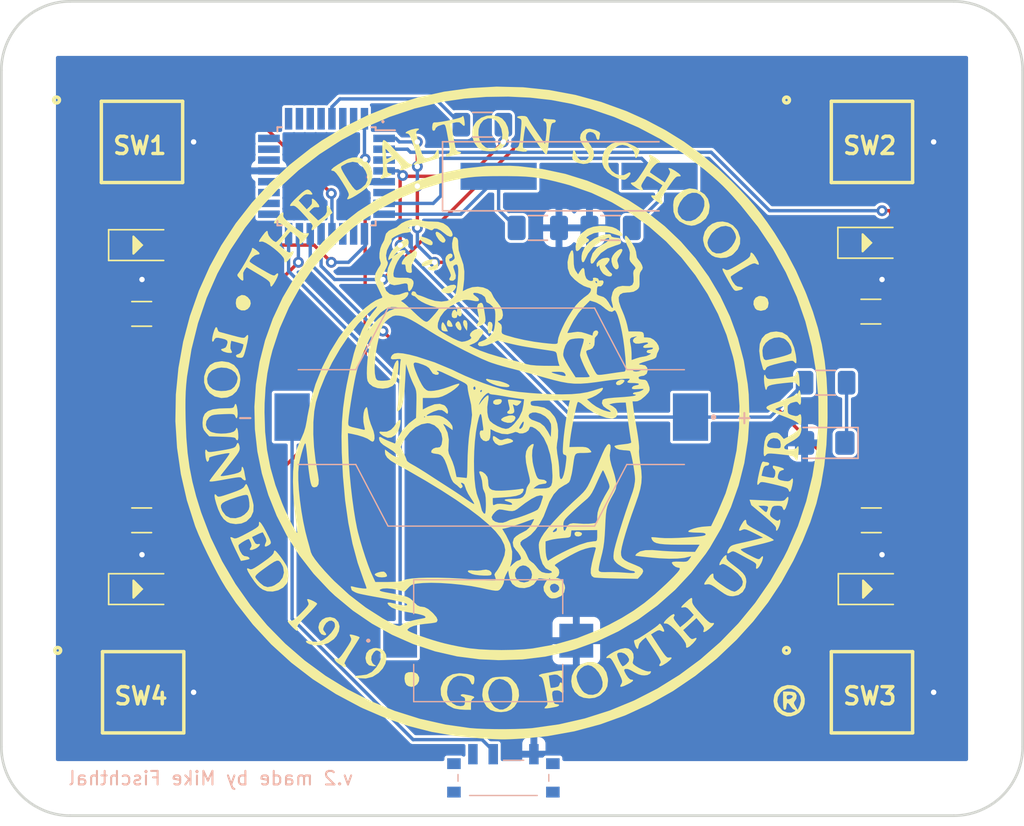
<source format=kicad_pcb>
(kicad_pcb (version 20211014) (generator pcbnew)
  (layers (0 "F.Cu" signal) (31 "B.Cu" signal) (34 "B.Paste" user) (35 "F.Paste" user) (36 "B.SilkS" user "B.Silkscreen") (37 "F.SilkS" user "F.Silkscreen") (38 "B.Mask" user) (39 "F.Mask" user) (44 "Edge.Cuts" user))
  (net 0 "")
  (net 1 "xtalO")
  (net 2 "GND")
  (net 3 "xtalI")
  (net 4 "Net-(D1-Pad1)")
  (net 5 "Net-(D1-Pad2)")
  (net 6 "Net-(D2-Pad1)")
  (net 7 "Net-(D2-Pad2)")
  (net 8 "Net-(D3-Pad1)")
  (net 9 "Net-(D3-Pad2)")
  (net 10 "Net-(D4-Pad1)")
  (net 11 "Net-(D4-Pad2)")
  (net 12 "Net-(LS1-Pad1)")
  (net 13 "VCC")
  (net 14 "Net-(R1-Pad2)")
  (net 15 "Net-(SW1-Pad1)")
  (net 16 "Net-(SW2-Pad1)")
  (net 17 "Net-(SW3-Pad1)")
  (net 18 "Net-(SW4-Pad1)")
  (net 20 "Net-(BT1-Pad2)")
  (net 37 "Net-(D5-Pad1)")
  (footprint "Resistor_SMD:R_1206_3216Metric_Pad1.30x1.75mm_HandSolder" (layer "F.Cu") (at 119.3575 90.17)
    (fp_text reference "R5")
    (fp_text value "470Ω")
    (pad "1" smd roundrect locked (at -1.55 0) (size 1.3 1.75) (layers "F.Cu" "F.Paste" "F.Mask") (roundrect_rratio 0.1923076923) (net 10 "Net-(D4-Pad1)"))
    (pad "2" smd roundrect locked (at 1.55 0) (size 1.3 1.75) (layers "F.Cu" "F.Paste" "F.Mask") (roundrect_rratio 0.1923076923) (net 2 "GND"))
  )
  (footprint "Resistor_SMD:R_1206_3216Metric_Pad1.30x1.75mm_HandSolder" (layer "F.Cu") (at 173.169 90.001)
    (fp_text reference "R4")
    (fp_text value "330Ω")
    (pad "1" smd roundrect locked (at -1.55 0) (size 1.3 1.75) (layers "F.Cu" "F.Paste" "F.Mask") (roundrect_rratio 0.1923076923) (net 8 "Net-(D3-Pad1)"))
    (pad "2" smd roundrect locked (at 1.55 0) (size 1.3 1.75) (layers "F.Cu" "F.Paste" "F.Mask") (roundrect_rratio 0.1923076923) (net 2 "GND"))
  )
  (footprint "LED_SMD:LED_1206_3216Metric_Pad1.42x1.75mm_HandSolder" (layer "F.Cu") (at 173.1915 84.921)
    (fp_text reference "D3")
    (fp_text value "YELLOW")
    (pad "1" smd roundrect locked (at -1.4875 0) (size 1.425 1.75) (layers "F.Cu" "F.Paste" "F.Mask") (roundrect_rratio 0.1754392982) (net 8 "Net-(D3-Pad1)"))
    (pad "2" smd roundrect locked (at 1.4875 0) (size 1.425 1.75) (layers "F.Cu" "F.Paste" "F.Mask") (roundrect_rratio 0.1754392982) (net 9 "Net-(D3-Pad2)"))
  )
  (footprint "clipboard:a4ac0519-b7a7-4509-bdb5-35a62928ff28" (layer "F.Cu") (at 143.1575 87.63)
    (fp_text reference "" (at 0 0) (layer "F.SilkS") (effects (font (size 1.27 1.27))))
    (fp_text value "" (at 0 0) (layer "F.SilkS") (effects (font (size 1.27 1.27))))
  )
  (footprint "LED_SMD:LED_1206_3216Metric_Pad1.42x1.75mm_HandSolder" (layer "F.Cu") (at 119.38 85.09)
    (fp_text reference "D4")
    (fp_text value "RED")
    (pad "1" smd roundrect locked (at -1.4875 0) (size 1.425 1.75) (layers "F.Cu" "F.Paste" "F.Mask") (roundrect_rratio 0.1754392982) (net 10 "Net-(D4-Pad1)"))
    (pad "2" smd roundrect locked (at 1.4875 0) (size 1.425 1.75) (layers "F.Cu" "F.Paste" "F.Mask") (roundrect_rratio 0.1754392982) (net 11 "Net-(D4-Pad2)"))
  )
  (footprint "SamacSys_Parts:FSM4JSMATR" (layer "F.Cu") (at 119.38 77.47 90)
    (fp_text reference "SW1" (at -0.278 -0.163 180) (layer "F.SilkS") (effects (font (size 1.27 1.27) (thickness 0.254))))
    (fp_text value "red" hide)
    (pad "1" smd rect locked (at 2.25 -4.55 90) (size 1.4 2.1) (layers "F.Cu" "F.Paste" "F.Mask") (net 15 "Net-(SW1-Pad1)"))
    (pad "2" smd rect locked (at 2.25 4.55 90) (size 1.4 2.1) (layers "F.Cu" "F.Paste" "F.Mask"))
    (pad "3" smd rect locked (at -2.25 -4.55 90) (size 1.4 2.1) (layers "F.Cu" "F.Paste" "F.Mask"))
    (pad "4" smd rect locked (at -2.25 4.55 90) (size 1.4 2.1) (layers "F.Cu" "F.Paste" "F.Mask") (net 2 "GND"))
  )
  (footprint "Resistor_SMD:R_1206_3216Metric_Pad1.30x1.75mm_HandSolder" (layer "F.Cu") (at 173.202 105.41)
    (fp_text reference "R3")
    (fp_text value "330Ω")
    (pad "1" smd roundrect locked (at -1.55 0) (size 1.3 1.75) (layers "F.Cu" "F.Paste" "F.Mask") (roundrect_rratio 0.1923076923) (net 6 "Net-(D2-Pad1)"))
    (pad "2" smd roundrect locked (at 1.55 0) (size 1.3 1.75) (layers "F.Cu" "F.Paste" "F.Mask") (roundrect_rratio 0.1923076923) (net 2 "GND"))
  )
  (footprint "SamacSys_Parts:FSM4JSMATR" (layer "F.Cu") (at 173.2475 77.47 90)
    (fp_text reference "SW2" (at -0.278 -0.163 180) (layer "F.SilkS") (effects (font (size 1.27 1.27) (thickness 0.254))))
    (fp_text value "green" hide)
    (pad "1" smd rect locked (at 2.25 -4.55 90) (size 1.4 2.1) (layers "F.Cu" "F.Paste" "F.Mask") (net 16 "Net-(SW2-Pad1)"))
    (pad "2" smd rect locked (at 2.25 4.55 90) (size 1.4 2.1) (layers "F.Cu" "F.Paste" "F.Mask"))
    (pad "3" smd rect locked (at -2.25 -4.55 90) (size 1.4 2.1) (layers "F.Cu" "F.Paste" "F.Mask"))
    (pad "4" smd rect locked (at -2.25 4.55 90) (size 1.4 2.1) (layers "F.Cu" "F.Paste" "F.Mask") (net 2 "GND"))
  )
  (footprint "Resistor_SMD:R_1206_3216Metric_Pad1.30x1.75mm_HandSolder" (layer "F.Cu") (at 119.3575 105.41 180)
    (fp_text reference "R2")
    (fp_text value "330Ω")
    (pad "1" smd roundrect locked (at -1.55 0 180) (size 1.3 1.75) (layers "F.Cu" "F.Paste" "F.Mask") (roundrect_rratio 0.1923076923) (net 2 "GND"))
    (pad "2" smd roundrect locked (at 1.55 0 180) (size 1.3 1.75) (layers "F.Cu" "F.Paste" "F.Mask") (roundrect_rratio 0.1923076923) (net 4 "Net-(D1-Pad1)"))
  )
  (footprint "LED_SMD:LED_1206_3216Metric_Pad1.42x1.75mm_HandSolder" (layer "F.Cu") (at 173.2245 110.49)
    (fp_text reference "D2")
    (fp_text value "GREEN")
    (pad "1" smd roundrect locked (at -1.4875 0) (size 1.425 1.75) (layers "F.Cu" "F.Paste" "F.Mask") (roundrect_rratio 0.1754392982) (net 6 "Net-(D2-Pad1)"))
    (pad "2" smd roundrect locked (at 1.4875 0) (size 1.425 1.75) (layers "F.Cu" "F.Paste" "F.Mask") (roundrect_rratio 0.1754392982) (net 7 "Net-(D2-Pad2)"))
  )
  (footprint "SamacSys_Parts:FSM4JSMATR" (layer "F.Cu") (at 119.46675 118.11 90)
    (fp_text reference "SW4" (at -0.278 -0.163 180) (layer "F.SilkS") (effects (font (size 1.27 1.27) (thickness 0.254))))
    (fp_text value "blue" hide)
    (pad "1" smd rect locked (at 2.25 -4.55 90) (size 1.4 2.1) (layers "F.Cu" "F.Paste" "F.Mask") (net 18 "Net-(SW4-Pad1)"))
    (pad "2" smd rect locked (at 2.25 4.55 90) (size 1.4 2.1) (layers "F.Cu" "F.Paste" "F.Mask"))
    (pad "3" smd rect locked (at -2.25 -4.55 90) (size 1.4 2.1) (layers "F.Cu" "F.Paste" "F.Mask"))
    (pad "4" smd rect locked (at -2.25 4.55 90) (size 1.4 2.1) (layers "F.Cu" "F.Paste" "F.Mask") (net 2 "GND"))
  )
  (footprint "LED_SMD:LED_1206_3216Metric_Pad1.42x1.75mm_HandSolder" (layer "F.Cu") (at 119.38 110.49)
    (fp_text reference "D1")
    (fp_text value "BLUE")
    (pad "1" smd roundrect locked (at -1.4875 0) (size 1.425 1.75) (layers "F.Cu" "F.Paste" "F.Mask") (roundrect_rratio 0.1754392982) (net 4 "Net-(D1-Pad1)"))
    (pad "2" smd roundrect locked (at 1.4875 0) (size 1.425 1.75) (layers "F.Cu" "F.Paste" "F.Mask") (roundrect_rratio 0.1754392982) (net 5 "Net-(D1-Pad2)"))
  )
  (footprint "SamacSys_Parts:FSM4JSMATR" (layer "F.Cu") (at 173.2475 118.11 90)
    (fp_text reference "SW3" (at -0.278 -0.163 180) (layer "F.SilkS") (effects (font (size 1.27 1.27) (thickness 0.254))))
    (fp_text value "yellow" hide)
    (pad "1" smd rect (at 2.25 -4.55 90) (size 1.4 2.1) (layers "F.Cu" "F.Paste" "F.Mask") (net 17 "Net-(SW3-Pad1)"))
    (pad "2" smd rect (at 2.25 4.55 90) (size 1.4 2.1) (layers "F.Cu" "F.Paste" "F.Mask"))
    (pad "3" smd rect (at -2.25 -4.55 90) (size 1.4 1.58) (layers "F.Cu" "F.Paste" "F.Mask"))
    (pad "4" smd rect (at -2.25 4.55 90) (size 1.4 2.1) (layers "F.Cu" "F.Paste" "F.Mask") (net 2 "GND"))
  )
  (footprint "SamacSys_Parts:MSS3VTR" (layer "B.Cu") (at 146.05 125.73 180)
    (fp_text reference "S1")
    (fp_text value "POWER SW" hide)
    (pad "" np_thru_hole circle locked (at -1.5 1.3 180) (size 0.9 0.9) (drill 0.9) (layers *.Cu *.Mask))
    (pad "" np_thru_hole circle locked (at 1.5 1.3 180) (size 0.9 0.9) (drill 0.9) (layers *.Cu *.Mask))
    (pad "A1" smd rect locked (at -2.25 3.05 180) (size 0.7 1.5) (layers "B.Cu" "B.Paste" "B.Mask") (net 2 "GND"))
    (pad "B1" smd rect locked (at 0.75 3.05 180) (size 0.7 1.5) (layers "B.Cu" "B.Paste" "B.Mask") (net 20 "Net-(BT1-Pad2)"))
    (pad "C1" smd rect locked (at 2.25 3.05 180) (size 0.7 1.5) (layers "B.Cu" "B.Paste" "B.Mask"))
    (pad "MP1" smd rect locked (at -3.65 2.35 90) (size 0.8 1) (layers "B.Cu" "B.Paste" "B.Mask"))
    (pad "MP2" smd rect locked (at -3.65 0.25 90) (size 0.8 1) (layers "B.Cu" "B.Paste" "B.Mask"))
    (pad "MP3" smd rect locked (at 3.65 0.25 90) (size 0.8 1) (layers "B.Cu" "B.Paste" "B.Mask"))
    (pad "MP4" smd rect locked (at 3.65 2.35 90) (size 0.8 1) (layers "B.Cu" "B.Paste" "B.Mask"))
  )
  (footprint "Resistor_SMD:R_1206_3216Metric_Pad1.30x1.75mm_HandSolder" (layer "B.Cu") (at 144.5 76.2 180)
    (fp_text reference "R1")
    (fp_text value "1kΩ")
    (pad "1" smd roundrect locked (at -1.55 0 180) (size 1.3 1.75) (layers "B.Cu" "B.Paste" "B.Mask") (roundrect_rratio 0.1923076923) (net 13 "VCC"))
    (pad "2" smd roundrect locked (at 1.55 0 180) (size 1.3 1.75) (layers "B.Cu" "B.Paste" "B.Mask") (roundrect_rratio 0.1923076923) (net 14 "Net-(R1-Pad2)"))
  )
  (footprint "Capacitor_SMD:C_1206_3216Metric_Pad1.33x1.80mm_HandSolder" (layer "B.Cu") (at 153.9625 83.82 180)
    (fp_text reference "C2")
    (fp_text value "22pF")
    (pad "1" smd roundrect locked (at -1.5625 0 180) (size 1.325 1.8) (layers "B.Cu" "B.Paste" "B.Mask") (roundrect_rratio 0.1886792453) (net 3 "xtalI"))
    (pad "2" smd roundrect locked (at 1.5625 0 180) (size 1.325 1.8) (layers "B.Cu" "B.Paste" "B.Mask") (roundrect_rratio 0.1886792453) (net 2 "GND"))
  )
  (footprint "SamacSys_Parts:CPT111783SMTTR" (layer "B.Cu") (at 138.43 114.3 -90)
    (fp_text reference "LS1")
    (fp_text value "Speaker" hide)
    (pad "1" smd rect (at 0 0 270) (size 2.5 2.5) (layers "B.Cu" "B.Paste" "B.Mask") (net 12 "Net-(LS1-Pad1)"))
    (pad "2" smd rect (at 0 -13 270) (size 2.5 2.5) (layers "B.Cu" "B.Paste" "B.Mask") (net 2 "GND"))
  )
  (footprint "LED_SMD:LED_1206_3216Metric_Pad1.42x1.75mm_HandSolder" (layer "B.Cu") (at 169.7625 99.695 180)
    (fp_text reference "D5")
    (fp_text value "RED")
    (pad "1" smd roundrect locked (at -1.4875 0 180) (size 1.425 1.75) (layers "B.Cu" "B.Paste" "B.Mask") (roundrect_rratio 0.1754392982) (net 37 "Net-(D5-Pad1)"))
    (pad "2" smd roundrect locked (at 1.4875 0 180) (size 1.425 1.75) (layers "B.Cu" "B.Paste" "B.Mask") (roundrect_rratio 0.1754392982) (net 2 "GND"))
  )
  (footprint "Capacitor_SMD:C_1206_3216Metric_Pad1.33x1.80mm_HandSolder" (layer "B.Cu") (at 148.59 83.82)
    (fp_text reference "C1")
    (fp_text value "22pF")
    (pad "1" smd roundrect locked (at -1.5625 0) (size 1.325 1.8) (layers "B.Cu" "B.Paste" "B.Mask") (roundrect_rratio 0.1886792453) (net 1 "xtalO"))
    (pad "2" smd roundrect locked (at 1.5625 0) (size 1.325 1.8) (layers "B.Cu" "B.Paste" "B.Mask") (roundrect_rratio 0.1886792453) (net 2 "GND"))
  )
  (footprint "Resistor_SMD:R_1206_3216Metric_Pad1.30x1.75mm_HandSolder" (layer "B.Cu") (at 169.825 95.25)
    (fp_text reference "R6")
    (fp_text value "470Ω")
    (pad "1" smd roundrect locked (at -1.55 0) (size 1.3 1.75) (layers "B.Cu" "B.Paste" "B.Mask") (roundrect_rratio 0.1923076923) (net 13 "VCC"))
    (pad "2" smd roundrect locked (at 1.55 0) (size 1.3 1.75) (layers "B.Cu" "B.Paste" "B.Mask") (roundrect_rratio 0.1923076923) (net 37 "Net-(D5-Pad1)"))
  )
  (footprint "SamacSys_Parts:SMTU2032LF" (layer "B.Cu") (at 145.1575 97.79 180)
    (fp_text reference "BT1")
    (fp_text value "3V" hide)
    (pad "1" smd rect locked (at -14.7 0 180) (size 2.6 3.5) (layers "B.Cu" "B.Paste" "B.Mask") (net 13 "VCC"))
    (pad "2" smd rect locked (at 14.7 0 180) (size 2.6 3.5) (layers "B.Cu" "B.Paste" "B.Mask") (net 20 "Net-(BT1-Pad2)"))
  )
  (footprint "Crystal:Crystal_SMD_HC49-SD_HandSoldering" (layer "B.Cu") (at 151.635 80.01)
    (fp_text reference "Y1")
    (fp_text value "16.00Mhz")
    (pad "1" smd rect (at -5.9375 0) (size 5.62 2) (layers "B.Cu" "B.Paste" "B.Mask") (net 1 "xtalO"))
    (pad "2" smd rect (at 5.9375 0) (size 5.62 2) (layers "B.Cu" "B.Paste" "B.Mask") (net 3 "xtalI"))
  )
  (footprint "Package_QFP:TQFP-32_7x7mm_P0.8mm" (layer "B.Cu") (at 132.9975 80.01 180)
    (fp_text reference "U1")
    (fp_text value "ATmega328PB-A")
    (pad "1" smd rect locked (at -4.25 2.8 180) (size 1.6 0.55) (layers "B.Cu" "B.Paste" "B.Mask") (net 7 "Net-(D2-Pad2)"))
    (pad "2" smd rect locked (at -4.25 2 180) (size 1.6 0.55) (layers "B.Cu" "B.Paste" "B.Mask") (net 9 "Net-(D3-Pad2)"))
    (pad "3" smd rect locked (at -4.25 1.2 180) (size 1.6 0.55) (layers "B.Cu" "B.Paste" "B.Mask"))
    (pad "4" smd rect locked (at -4.25 0.4 180) (size 1.6 0.55) (layers "B.Cu" "B.Paste" "B.Mask") (net 13 "VCC"))
    (pad "5" smd rect locked (at -4.25 -0.4 180) (size 1.6 0.55) (layers "B.Cu" "B.Paste" "B.Mask") (net 2 "GND"))
    (pad "6" smd rect locked (at -4.25 -1.2 180) (size 1.6 0.55) (layers "B.Cu" "B.Paste" "B.Mask"))
    (pad "7" smd rect locked (at -4.25 -2 180) (size 1.6 0.55) (layers "B.Cu" "B.Paste" "B.Mask") (net 3 "xtalI"))
    (pad "8" smd rect locked (at -4.25 -2.8 180) (size 1.6 0.55) (layers "B.Cu" "B.Paste" "B.Mask") (net 1 "xtalO"))
    (pad "9" smd rect locked (at -2.8 -4.25 90) (size 1.6 0.55) (layers "B.Cu" "B.Paste" "B.Mask") (net 11 "Net-(D4-Pad2)"))
    (pad "10" smd rect locked (at -2 -4.25 90) (size 1.6 0.55) (layers "B.Cu" "B.Paste" "B.Mask"))
    (pad "11" smd rect locked (at -1.2 -4.25 90) (size 1.6 0.55) (layers "B.Cu" "B.Paste" "B.Mask"))
    (pad "12" smd rect locked (at -0.4 -4.25 90) (size 1.6 0.55) (layers "B.Cu" "B.Paste" "B.Mask") (net 15 "Net-(SW1-Pad1)"))
    (pad "13" smd rect locked (at 0.4 -4.25 90) (size 1.6 0.55) (layers "B.Cu" "B.Paste" "B.Mask") (net 16 "Net-(SW2-Pad1)"))
    (pad "14" smd rect locked (at 1.2 -4.25 90) (size 1.6 0.55) (layers "B.Cu" "B.Paste" "B.Mask") (net 17 "Net-(SW3-Pad1)"))
    (pad "15" smd rect locked (at 2 -4.25 90) (size 1.6 0.55) (layers "B.Cu" "B.Paste" "B.Mask") (net 18 "Net-(SW4-Pad1)"))
    (pad "16" smd rect locked (at 2.8 -4.25 90) (size 1.6 0.55) (layers "B.Cu" "B.Paste" "B.Mask") (net 12 "Net-(LS1-Pad1)"))
    (pad "17" smd rect locked (at 4.25 -2.8 180) (size 1.6 0.55) (layers "B.Cu" "B.Paste" "B.Mask"))
    (pad "18" smd rect locked (at 4.25 -2 180) (size 1.6 0.55) (layers "B.Cu" "B.Paste" "B.Mask"))
    (pad "19" smd rect locked (at 4.25 -1.2 180) (size 1.6 0.55) (layers "B.Cu" "B.Paste" "B.Mask"))
    (pad "20" smd rect locked (at 4.25 -0.4 180) (size 1.6 0.55) (layers "B.Cu" "B.Paste" "B.Mask"))
    (pad "21" smd rect locked (at 4.25 0.4 180) (size 1.6 0.55) (layers "B.Cu" "B.Paste" "B.Mask") (net 2 "GND"))
    (pad "22" smd rect locked (at 4.25 1.2 180) (size 1.6 0.55) (layers "B.Cu" "B.Paste" "B.Mask"))
    (pad "23" smd rect locked (at 4.25 2 180) (size 1.6 0.55) (layers "B.Cu" "B.Paste" "B.Mask"))
    (pad "24" smd rect locked (at 4.25 2.8 180) (size 1.6 0.55) (layers "B.Cu" "B.Paste" "B.Mask"))
    (pad "25" smd rect locked (at 2.8 4.25 90) (size 1.6 0.55) (layers "B.Cu" "B.Paste" "B.Mask"))
    (pad "26" smd rect locked (at 2 4.25 90) (size 1.6 0.55) (layers "B.Cu" "B.Paste" "B.Mask"))
    (pad "27" smd rect locked (at 1.2 4.25 90) (size 1.6 0.55) (layers "B.Cu" "B.Paste" "B.Mask"))
    (pad "28" smd rect locked (at 0.4 4.25 90) (size 1.6 0.55) (layers "B.Cu" "B.Paste" "B.Mask"))
    (pad "29" smd rect locked (at -0.4 4.25 90) (size 1.6 0.55) (layers "B.Cu" "B.Paste" "B.Mask") (net 14 "Net-(R1-Pad2)"))
    (pad "30" smd rect locked (at -1.2 4.25 90) (size 1.6 0.55) (layers "B.Cu" "B.Paste" "B.Mask"))
    (pad "31" smd rect locked (at -2 4.25 90) (size 1.6 0.55) (layers "B.Cu" "B.Paste" "B.Mask"))
    (pad "32" smd rect locked (at -2.8 4.25 90) (size 1.6 0.55) (layers "B.Cu" "B.Paste" "B.Mask") (net 5 "Net-(D1-Pad2)"))
  )
  (gr_poly (pts (xy 119.38 110.49) (xy 118.745 109.855) (xy 118.745 111.125)) (layer "F.SilkS") (width 0.15) (fill solid))
  (gr_poly (pts (xy 119.38 85.09) (xy 118.745 84.455) (xy 118.745 85.725)) (layer "F.SilkS") (width 0.15) (fill solid))
  (gr_poly (pts (xy 173.2245 110.49) (xy 172.5895 109.855) (xy 172.5895 111.125)) (layer "F.SilkS") (width 0.15) (fill solid))
  (gr_poly (pts (xy 173.1915 84.921) (xy 172.5565 84.286) (xy 172.5565 85.556)) (layer "F.SilkS") (width 0.15) (fill solid))
  (gr_arc (start 179.287898 67.092102) (mid 182.88 68.58) (end 184.367898 72.172102) (layer "Edge.Cuts") (width 0.2))
  (gr_line (start 114.082102 127.217898) (end 179.287898 127.217898) (layer "Edge.Cuts") (width 0.2))
  (gr_arc (start 109.002102 72.172102) (mid 110.49 68.58) (end 114.082102 67.092102) (layer "Edge.Cuts") (width 0.2))
  (gr_line (start 109.002102 72.172102) (end 109.002102 122.137898) (layer "Edge.Cuts") (width 0.2))
  (gr_arc (start 184.367898 122.137898) (mid 182.88 125.73) (end 179.287898 127.217898) (layer "Edge.Cuts") (width 0.2))
  (gr_line (start 184.367898 72.172102) (end 184.367898 122.137898) (layer "Edge.Cuts") (width 0.2))
  (gr_arc (start 114.082102 127.217898) (mid 110.49 125.73) (end 109.002102 122.137898) (layer "Edge.Cuts") (width 0.2))
  (gr_line (start 114.082102 67.092102) (end 179.287898 67.092102) (layer "Edge.Cuts") (width 0.2))
  (gr_text "v.2 made by Mike Fischthal" (at 124.46 124.46) (layer "B.SilkS") (effects (font (size 1 1)) (justify mirror)))
  (gr_text "." (at 137.16 75.565) (layer "B.SilkS") (effects (font (size 1 1)) (justify mirror)))
  (gr_text "-\n" (at 127 97.79) (layer "B.SilkS") (effects (font (size 1 1)) (justify mirror)))
  (gr_text "+" (at 163.83 97.79) (layer "B.SilkS") (effects (font (size 1 1)) (justify mirror)))
  (segment (start 142.8975 82.81) (end 137.2475 82.81) (width 0.25) (layer "B.Cu") (net 1))
  (segment (start 145.6975 82.49) (end 147.0275 83.82) (width 0.25) (layer "B.Cu") (net 1))
  (segment (start 145.6975 80.01) (end 142.8975 82.81) (width 0.25) (layer "B.Cu") (net 1))
  (segment (start 145.6975 80.01) (end 145.6975 82.49) (width 0.25) (layer "B.Cu") (net 1))
  (segment (start 177.7975 79.72) (end 177.7975 77.4725) (width 0.25) (layer "F.Cu") (net 2))
  (segment (start 177.7975 120.36) (end 177.7975 118.1125) (width 0.25) (layer "F.Cu") (net 2))
  (segment (start 174.719 90.001) (end 174.719 88.359) (width 0.25) (layer "F.Cu") (net 2))
  (segment (start 124.01675 118.93675) (end 123.19 118.11) (width 0.25) (layer "F.Cu") (net 2))
  (segment (start 120.9075 90.17) (end 120.9075 89.1575) (width 0.25) (layer "F.Cu") (net 2))
  (segment (start 124.01675 120.36) (end 124.01675 118.93675) (width 0.25) (layer "F.Cu") (net 2))
  (segment (start 120.9075 106.4225) (end 119.38 107.95) (width 0.25) (layer "F.Cu") (net 2))
  (segment (start 177.7975 118.1125) (end 177.8 118.11) (width 0.25) (layer "F.Cu") (net 2))
  (segment (start 123.93 78.21) (end 123.19 77.47) (width 0.25) (layer "F.Cu") (net 2))
  (segment (start 120.9075 105.41) (end 120.9075 106.4225) (width 0.25) (layer "F.Cu") (net 2))
  (segment (start 177.7975 77.4725) (end 177.8 77.47) (width 0.25) (layer "F.Cu") (net 2))
  (segment (start 174.752 107.188) (end 173.99 107.95) (width 0.25) (layer "F.Cu") (net 2))
  (segment (start 174.752 105.41) (end 174.752 107.188) (width 0.25) (layer "F.Cu") (net 2))
  (segment (start 120.9075 89.1575) (end 119.38 87.63) (width 0.25) (layer "F.Cu") (net 2))
  (segment (start 174.719 88.359) (end 173.99 87.63) (width 0.25) (layer "F.Cu") (net 2))
  (segment (start 123.93 79.72) (end 123.93 78.21) (width 0.25) (layer "F.Cu") (net 2))
  (via (at 177.8 77.47) (size 0.8) (drill 0.4) (layers "F.Cu" "B.Cu") (net 2))
  (via (at 123.19 118.11) (size 0.8) (drill 0.4) (layers "F.Cu" "B.Cu") (net 2))
  (via (at 177.8 118.11) (size 0.8) (drill 0.4) (layers "F.Cu" "B.Cu") (net 2))
  (via (at 173.99 107.95) (size 0.8) (drill 0.4) (layers "F.Cu" "B.Cu") (net 2))
  (via (at 119.38 107.95) (size 0.8) (drill 0.4) (layers "F.Cu" "B.Cu") (net 2))
  (via (at 123.19 77.47) (size 0.8) (drill 0.4) (layers "F.Cu" "B.Cu") (net 2))
  (via (at 173.99 87.63) (size 0.8) (drill 0.4) (layers "F.Cu" "B.Cu") (net 2))
  (via (at 119.38 87.63) (size 0.8) (drill 0.4) (layers "F.Cu" "B.Cu") (net 2))
  (segment (start 157.5725 80.01) (end 157.5725 81.7725) (width 0.25) (layer "B.Cu") (net 3))
  (segment (start 157.5725 81.7725) (end 155.525 83.82) (width 0.25) (layer "B.Cu") (net 3))
  (segment (start 157.5725 80.01) (end 156.247989 78.685489) (width 0.25) (layer "B.Cu") (net 3))
  (segment (start 140.875 82.01) (end 137.2475 82.01) (width 0.25) (layer "B.Cu") (net 3))
  (segment (start 156.247989 78.685489) (end 141.435489 78.685489) (width 0.25) (layer "B.Cu") (net 3))
  (segment (start 141.435489 81.449511) (end 140.875 82.01) (width 0.25) (layer "B.Cu") (net 3))
  (segment (start 141.435489 78.685489) (end 141.435489 81.449511) (width 0.25) (layer "B.Cu") (net 3))
  (segment (start 117.8075 110.405) (end 117.8925 110.49) (width 0.25) (layer "F.Cu") (net 4))
  (segment (start 117.8075 105.41) (end 117.8075 110.405) (width 0.25) (layer "F.Cu") (net 4))
  (segment (start 135.847998 95.509502) (end 135.847998 78.74) (width 0.25) (layer "F.Cu") (net 5))
  (segment (start 120.8675 110.49) (end 135.847998 95.509502) (width 0.25) (layer "F.Cu") (net 5))
  (via (at 135.847998 78.74) (size 0.8) (drill 0.4) (layers "F.Cu" "B.Cu") (net 5))
  (segment (start 135.847998 78.74) (end 135.7975 78.689502) (width 0.25) (layer "B.Cu") (net 5))
  (segment (start 135.7975 78.689502) (end 135.7975 75.76) (width 0.25) (layer "B.Cu") (net 5))
  (segment (start 171.737 105.495) (end 171.652 105.41) (width 0.25) (layer "F.Cu") (net 6))
  (segment (start 171.737 110.49) (end 171.737 105.495) (width 0.25) (layer "F.Cu") (net 6))
  (segment (start 140.97 86.36) (end 155.4445 86.36) (width 0.25) (layer "F.Cu") (net 7))
  (segment (start 139.7 77.47) (end 139.7 79.2855) (width 0.25) (layer "F.Cu") (net 7))
  (segment (start 155.4445 86.36) (end 173.2245 104.14) (width 0.25) (layer "F.Cu") (net 7))
  (segment (start 173.2245 104.14) (end 173.2245 109.0025) (width 0.25) (layer "F.Cu") (net 7))
  (segment (start 173.2245 109.0025) (end 174.712 110.49) (width 0.25) (layer "F.Cu") (net 7))
  (segment (start 139.7 80.7345) (end 139.7 83.82) (width 0.25) (layer "F.Cu") (net 7))
  (via (at 139.7 83.82) (size 0.8) (drill 0.4) (layers "F.Cu" "B.Cu") (net 7))
  (via (at 139.7 80.7345) (size 0.8) (drill 0.4) (layers "F.Cu" "B.Cu") (net 7))
  (via (at 139.7 79.2855) (size 0.8) (drill 0.4) (layers "F.Cu" "B.Cu") (net 7))
  (via (at 140.97 86.36) (size 0.8) (drill 0.4) (layers "F.Cu" "B.Cu") (net 7))
  (via (at 139.7 77.47) (size 0.8) (drill 0.4) (layers "F.Cu" "B.Cu") (net 7))
  (segment (start 139.7 79.2855) (end 139.7 80.645) (width 0.25) (layer "B.Cu") (net 7))
  (segment (start 138.112011 77.21) (end 137.2475 77.21) (width 0.25) (layer "B.Cu") (net 7))
  (segment (start 139.7 77.47) (end 138.372011 77.47) (width 0.25) (layer "B.Cu") (net 7))
  (segment (start 138.372011 77.47) (end 138.112011 77.21) (width 0.25) (layer "B.Cu") (net 7))
  (segment (start 139.7 85.09) (end 139.7 83.82) (width 0.25) (layer "B.Cu") (net 7))
  (segment (start 139.7 80.645) (end 139.7 80.7345) (width 0.25) (layer "B.Cu") (net 7))
  (segment (start 140.97 86.36) (end 139.7 85.09) (width 0.25) (layer "B.Cu") (net 7))
  (segment (start 171.704 84.921) (end 171.704 89.916) (width 0.25) (layer "F.Cu") (net 8))
  (segment (start 171.704 89.916) (end 171.619 90.001) (width 0.25) (layer "F.Cu") (net 8))
  (segment (start 174.679 84.921) (end 174.625 84.867) (width 0.25) (layer "F.Cu") (net 9))
  (segment (start 174.625 82.55) (end 173.99 82.55) (width 0.25) (layer "F.Cu") (net 9))
  (segment (start 174.625 84.867) (end 174.625 82.55) (width 0.25) (layer "F.Cu") (net 9))
  (via (at 173.99 82.55) (size 0.8) (drill 0.4) (layers "F.Cu" "B.Cu") (net 9))
  (segment (start 139.195969 78.235969) (end 161.384991 78.235969) (width 0.25) (layer "B.Cu") (net 9))
  (segment (start 165.699022 82.55) (end 173.99 82.55) (width 0.25) (layer "B.Cu") (net 9))
  (segment (start 137.2475 78.01) (end 138.97 78.01) (width 0.25) (layer "B.Cu") (net 9))
  (segment (start 138.97 78.01) (end 139.195969 78.235969) (width 0.25) (layer "B.Cu") (net 9))
  (segment (start 161.384991 78.235969) (end 165.699022 82.55) (width 0.25) (layer "B.Cu") (net 9))
  (segment (start 117.8075 85.175) (end 117.8925 85.09) (width 0.25) (layer "F.Cu") (net 10))
  (segment (start 117.8075 90.17) (end 117.8075 85.175) (width 0.25) (layer "F.Cu") (net 10))
  (segment (start 132.08 85.09) (end 133.35 86.36) (width 0.25) (layer "F.Cu") (net 11))
  (segment (start 120.8675 85.09) (end 132.08 85.09) (width 0.25) (layer "F.Cu") (net 11))
  (via (at 133.35 86.36) (size 0.8) (drill 0.4) (layers "F.Cu" "B.Cu") (net 11))
  (segment (start 134.62 86.36) (end 135.89 85.09) (width 0.25) (layer "B.Cu") (net 11))
  (segment (start 133.35 86.36) (end 134.62 86.36) (width 0.25) (layer "B.Cu") (net 11))
  (segment (start 130.1975 87.0175) (end 130.1975 84.26) (width 0.25) (layer "B.Cu") (net 12))
  (segment (start 138.43 95.25) (end 130.1975 87.0175) (width 0.25) (layer "B.Cu") (net 12))
  (segment (start 138.43 95.25) (end 138.43 114.3) (width 0.25) (layer "B.Cu") (net 12))
  (segment (start 138.617345 79.948776) (end 138.43 80.136121) (width 0.25) (layer "F.Cu") (net 13))
  (segment (start 138.617345 79.948776) (end 138.678569 80.01) (width 0.25) (layer "F.Cu") (net 13))
  (segment (start 138.43 80.136121) (end 138.43 85.09) (width 0.25) (layer "F.Cu") (net 13))
  (segment (start 143.51 80.01) (end 146.05 77.47) (width 0.25) (layer "F.Cu") (net 13))
  (segment (start 138.678569 80.01) (end 143.51 80.01) (width 0.25) (layer "F.Cu") (net 13))
  (via (at 146.05 77.47) (size 0.8) (drill 0.4) (layers "F.Cu" "B.Cu") (net 13))
  (via (at 138.43 85.09) (size 0.8) (drill 0.4) (layers "F.Cu" "B.Cu") (net 13))
  (via (at 138.617345 79.948776) (size 0.8) (drill 0.4) (layers "F.Cu" "B.Cu") (net 13))
  (segment (start 165.735 97.79) (end 168.275 95.25) (width 0.25) (layer "B.Cu") (net 13))
  (segment (start 138.43 85.09) (end 151.13 97.79) (width 0.25) (layer "B.Cu") (net 13))
  (segment (start 146.05 76.2) (end 146.05 77.47) (width 0.25) (layer "B.Cu") (net 13))
  (segment (start 137.2475 79.61) (end 138.278569 79.61) (width 0.25) (layer "B.Cu") (net 13))
  (segment (start 151.13 97.79) (end 159.8575 97.79) (width 0.25) (layer "B.Cu") (net 13))
  (segment (start 138.278569 79.61) (end 138.617345 79.948776) (width 0.25) (layer "B.Cu") (net 13))
  (segment (start 159.8575 97.79) (end 165.735 97.79) (width 0.25) (layer "B.Cu") (net 13))
  (segment (start 133.985 74.295) (end 133.3975 74.8825) (width 0.25) (layer "B.Cu") (net 14))
  (segment (start 142.95 76.2) (end 141.045 74.295) (width 0.25) (layer "B.Cu") (net 14))
  (segment (start 133.3975 74.8825) (end 133.3975 75.76) (width 0.25) (layer "B.Cu") (net 14))
  (segment (start 141.045 74.295) (end 133.985 74.295) (width 0.25) (layer "B.Cu") (net 14))
  (segment (start 117.2675 73.66) (end 125.73 73.66) (width 0.25) (layer "F.Cu") (net 15))
  (segment (start 125.73 73.66) (end 133.35 81.28) (width 0.25) (layer "F.Cu") (net 15))
  (segment (start 115.7075 75.22) (end 117.2675 73.66) (width 0.25) (layer "F.Cu") (net 15))
  (via (at 133.35 81.28) (size 0.8) (drill 0.4) (layers "F.Cu" "B.Cu") (net 15))
  (segment (start 133.35 81.28) (end 133.3975 81.3275) (width 0.25) (layer "B.Cu") (net 15))
  (segment (start 133.3975 81.3275) (end 133.3975 84.26) (width 0.25) (layer "B.Cu") (net 15))
  (segment (start 169.0475 75.22) (end 149.57 75.22) (width 0.25) (layer "F.Cu") (net 16))
  (segment (start 149.57 75.22) (end 137.16 87.63) (width 0.25) (layer "F.Cu") (net 16))
  (via (at 137.16 87.63) (size 0.8) (drill 0.4) (layers "F.Cu" "B.Cu") (net 16))
  (segment (start 137.16 87.63) (end 133.595386 87.63) (width 0.25) (layer "B.Cu") (net 16))
  (segment (start 132.5975 86.632114) (end 132.5975 84.26) (width 0.25) (layer "B.Cu") (net 16))
  (segment (start 133.595386 87.63) (end 132.5975 86.632114) (width 0.25) (layer "B.Cu") (net 16))
  (segment (start 169.0475 115.86) (end 161.58 115.86) (width 0.25) (layer "F.Cu") (net 17))
  (segment (start 161.58 115.86) (end 137.16 91.44) (width 0.25) (layer "F.Cu") (net 17))
  (via (at 137.16 91.44) (size 0.8) (drill 0.4) (layers "F.Cu" "B.Cu") (net 17))
  (segment (start 137.16 91.44) (end 136.769668 91.44) (width 0.25) (layer "B.Cu") (net 17))
  (segment (start 136.769668 91.44) (end 131.7975 86.467832) (width 0.25) (layer "B.Cu") (net 17))
  (segment (start 131.7975 86.467832) (end 131.7975 84.26) (width 0.25) (layer "B.Cu") (net 17))
  (segment (start 115.7075 101.5745) (end 130.922 86.36) (width 0.25) (layer "F.Cu") (net 18))
  (segment (start 115.7075 115.86) (end 115.7075 101.5745) (width 0.25) (layer "F.Cu") (net 18))
  (via (at 130.922 86.36) (size 0.8) (drill 0.4) (layers "F.Cu" "B.Cu") (net 18))
  (segment (start 130.922 86.36) (end 130.922 84.3355) (width 0.25) (layer "B.Cu") (net 18))
  (segment (start 130.922 84.3355) (end 130.9975 84.26) (width 0.25) (layer "B.Cu") (net 18))
  (segment (start 130.4575 112.6775) (end 139.385489 121.605489) (width 0.25) (layer "B.Cu") (net 20))
  (segment (start 144.474511 121.605489) (end 145.3 122.430978) (width 0.25) (layer "B.Cu") (net 20))
  (segment (start 130.4575 97.79) (end 130.4575 112.6775) (width 0.25) (layer "B.Cu") (net 20))
  (segment (start 139.385489 121.605489) (end 144.474511 121.605489) (width 0.25) (layer "B.Cu") (net 20))
  (segment (start 145.3 122.430978) (end 145.3 122.68) (width 0.25) (layer "B.Cu") (net 20))
  (segment (start 171.375 95.25) (end 171.375 99.57) (width 0.25) (layer "B.Cu") (net 37))
  (segment (start 171.375 99.57) (end 171.25 99.695) (width 0.25) (layer "B.Cu") (net 37))
  (zone (net 2) (net_name "GND") (layer "B.Cu") (connect_pads (clearance 0.2)) (min_thickness 0.254) (fill yes (thermal_gap 0.508) (thermal_bridge_width 0.508))
    (polygon (pts (xy 180.34 123.19) (xy 113.03 123.19) (xy 113.03 71.12) (xy 180.34 71.12)))
  )
)
</source>
